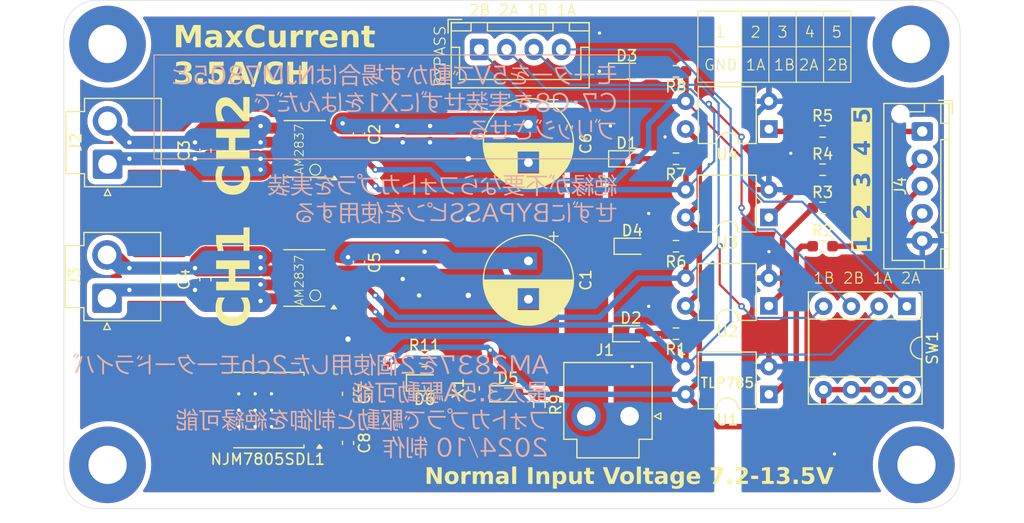
<source format=kicad_pcb>
(kicad_pcb (version 20240108) (generator "pcbnew") (generator_version "8.0")
  (layers (0 "F.Cu" signal) (31 "B.Cu" signal) (34 "B.Paste" user) (35 "F.Paste" user) (36 "B.SilkS" user "B.Silkscreen") (37 "F.SilkS" user "F.Silkscreen") (38 "B.Mask" user) (39 "F.Mask" user) (44 "Edge.Cuts" user))
  (net 0 "")
  (net 1 "GND2")
  (net 2 "IN_B_2")
  (net 3 "+12V")
  (net 4 "Net-(J3-Pin_1)")
  (net 5 "Net-(J3-Pin_2)")
  (net 6 "IN_A_2")
  (net 7 "Net-(J2-Pin_1)")
  (net 8 "Net-(J2-Pin_2)")
  (net 9 "IN_B_1")
  (net 10 "IN_A_1")
  (net 11 "Net-(NJM7805SDL1-V_OUT)")
  (net 12 "Net-(J4-Pin_1)")
  (net 13 "GND1")
  (net 14 "Net-(J4-Pin_4)")
  (net 15 "Net-(J4-Pin_2)")
  (net 16 "Net-(J4-Pin_3)")
  (net 17 "Net-(R5-Pad1)")
  (net 18 "Net-(R2-Pad1)")
  (net 19 "Net-(R3-Pad1)")
  (net 20 "Net-(R4-Pad1)")
  (net 21 "Net-(D1-A)")
  (net 22 "Net-(D2-A)")
  (net 23 "Net-(D3-A)")
  (net 24 "Net-(D4-A)")
  (net 25 "Net-(D5-A)")
  (net 26 "Net-(D6-A)")
  (footprint "LED_SMD:LED_0603_1608Metric_Pad1.05x0.95mm_HandSolder" (layer "F.Cu") (at 126.5 86)
    (property "Reference" "D1")
    (property "Value" "LED")
  )
  (footprint "Resistor_SMD:R_0603_1608Metric_Pad0.98x0.95mm_HandSolder" (layer "F.Cu") (at 144.4125 83.5)
    (property "Reference" "R5")
    (property "Value" "R")
  )
  (footprint "LED_SMD:LED_0603_1608Metric_Pad1.05x0.95mm_HandSolder" (layer "F.Cu") (at 126.875 102)
    (property "Reference" "D2")
    (property "Value" "LED")
  )
  (footprint "Capacitor_SMD:C_0603_1608Metric_Pad1.08x0.95mm_HandSolder" (layer "F.Cu") (at 112.5 107 90)
    (property "Reference" "X1")
    (property "Value" "Conn_01x02_Pin")
  )
  (footprint "Resistor_SMD:R_0603_1608Metric_Pad0.98x0.95mm_HandSolder" (layer "F.Cu") (at 131 102 180)
    (property "Reference" "R1")
    (property "Value" "R")
  )
  (footprint "Package_DIP:DIP-4_W7.62mm" (layer "F.Cu") (at 139.5 107.55 180)
    (property "Reference" "U1")
    (property "Value" "TLP785")
  )
  (footprint "Connector_JST:JST_VH_B2P-VH_1x02_P3.96mm_Vertical" (layer "F.Cu") (at 78.95 98.7575 90)
    (property "Reference" "J3")
    (property "Value" "Conn_01x02_Pin")
  )
  (footprint "MountingHole:MountingHole_3.5mm_Pad" (layer "F.Cu") (at 79 114)
    (property "Reference" "REF**" (hide yes))
    (property "Value" "MountingHole_3.5mm_Pad")
  )
  (footprint "Resistor_SMD:R_0603_1608Metric_Pad0.98x0.95mm_HandSolder" (layer "F.Cu") (at 144.4125 90.5)
    (property "Reference" "R3")
    (property "Value" "R")
  )
  (footprint "LED_SMD:LED_0603_1608Metric_Pad1.05x0.95mm_HandSolder" (layer "F.Cu") (at 108 106.5)
    (property "Reference" "D6")
    (property "Value" "LED")
  )
  (footprint "Package_DIP:DIP-8_W7.62mm_Socket" (layer "F.Cu") (at 152.12 99.5 -90)
    (property "Reference" "SW1")
    (property "Value" "SW_DIP_x04")
  )
  (footprint "Capacitor_SMD:C_0603_1608Metric" (layer "F.Cu") (at 102 95.5 -90)
    (property "Reference" "C5")
    (property "Value" "C")
  )
  (footprint "MountingHole:MountingHole_3.5mm_Pad" (layer "F.Cu") (at 153 114)
    (property "Reference" "REF**" (hide yes))
    (property "Value" "MountingHole_3.5mm_Pad")
  )
  (footprint "Resistor_SMD:R_0603_1608Metric_Pad0.98x0.95mm_HandSolder" (layer "F.Cu") (at 144.4125 94)
    (property "Reference" "R2")
    (property "Value" "R")
  )
  (footprint "Connector_JST:JST_VH_B2P-VH_1x02_P3.96mm_Vertical" (layer "F.Cu") (at 79 86.5 90)
    (property "Reference" "J2")
    (property "Value" "Conn_01x02_Pin")
  )
  (footprint "Connector_JST:JST_XH_B5B-XH-AM_1x05_P2.50mm_Vertical" (layer "F.Cu") (at 153.525 83.5 -90)
    (property "Reference" "J4")
    (property "Value" "Conn_01x05_Pin")
  )
  (footprint "Capacitor_THT:CP_Radial_D8.0mm_P3.50mm" (layer "F.Cu") (at 117.5 82.847349 -90)
    (property "Reference" "C6")
    (property "Value" "C_Polarized")
  )
  (footprint "Connector_JST:JST_VH_B2P-VH_1x02_P3.96mm_Vertical" (layer "F.Cu") (at 126.7575 109.55 180)
    (property "Reference" "J1")
    (property "Value" "Conn_01x02_Pin")
  )
  (footprint "Resistor_SMD:R_0603_1608Metric_Pad0.98x0.95mm_HandSolder" (layer "F.Cu") (at 131 94 180)
    (property "Reference" "R6")
    (property "Value" "R")
  )
  (footprint "Resistor_SMD:R_0603_1608Metric_Pad0.98x0.95mm_HandSolder" (layer "F.Cu") (at 131 78 180)
    (property "Reference" "R8")
    (property "Value" "R")
  )
  (footprint "Package_SO:SOP-8_3.76x4.96mm_P1.27mm" (layer "F.Cu") (at 97.0375 85.095 180)
    (property "Reference" "AM2" (hide yes))
    (property "Value" "~")
  )
  (footprint "MountingHole:MountingHole_3.5mm_Pad" (layer "F.Cu") (at 79 75.5)
    (property "Reference" "REF**" (hide yes))
    (property "Value" "MountingHole_3.5mm_Pad")
  )
  (footprint "Capacitor_SMD:C_0603_1608Metric" (layer "F.Cu") (at 87.95 85.2575 90)
    (property "Reference" "C3")
    (property "Value" "C")
  )
  (footprint "Package_DIP:DIP-4_W7.62mm" (layer "F.Cu") (at 139.5 91.366666 180)
    (property "Reference" "U3")
    (property "Value" "TLP785")
  )
  (footprint "Resistor_SMD:R_0603_1608Metric_Pad0.98x0.95mm_HandSolder" (layer "F.Cu") (at 131 86 180)
    (property "Reference" "R7")
    (property "Value" "R")
  )
  (footprint "Capacitor_SMD:C_0603_1608Metric" (layer "F.Cu") (at 102 83.775 -90)
    (property "Reference" "C2")
    (property "Value" "C")
  )
  (footprint "Capacitor_THT:CP_Radial_D8.0mm_P3.50mm" (layer "F.Cu") (at 117.5 95.347349 -90)
    (property "Reference" "C1")
    (property "Value" "C_Polarized")
  )
  (footprint "Capacitor_SMD:C_0603_1608Metric_Pad1.08x0.95mm_HandSolder" (layer "F.Cu") (at 101 107.5 90)
    (property "Reference" "C7")
    (property "Value" "C")
  )
  (footprint "Resistor_SMD:R_0603_1608Metric_Pad0.98x0.95mm_HandSolder" (layer "F.Cu") (at 144.4125 87)
    (property "Reference" "R4")
    (property "Value" "R")
  )
  (footprint "Resistor_SMD:R_0603_1608Metric_Pad0.98x0.95mm_HandSolder" (layer "F.Cu") (at 118.5 108.5 90)
    (property "Reference" "R9")
    (property "Value" "R")
  )
  (footprint "Resistor_SMD:R_0603_1608Metric_Pad0.98x0.95mm_HandSolder" (layer "F.Cu") (at 108 104.5)
    (property "Reference" "R11")
    (property "Value" "R")
  )
  (footprint "Package_DIP:DIP-4_W7.62mm" (layer "F.Cu") (at 139.5 83.275 180)
    (property "Reference" "U4")
    (property "Value" "TLP785")
  )
  (footprint "Package_SO:SOP-8_3.76x4.96mm_P1.27mm" (layer "F.Cu") (at 97 96.905 180)
    (property "Reference" "AM1" (hide yes))
    (property "Value" "~")
  )
  (footprint "LED_SMD:LED_0603_1608Metric_Pad1.05x0.95mm_HandSolder" (layer "F.Cu") (at 115.625 107.5)
    (property "Reference" "D5")
    (property "Value" "LED")
  )
  (footprint "Capacitor_SMD:C_0603_1608Metric_Pad1.08x0.95mm_HandSolder" (layer "F.Cu") (at 101 112 90)
    (property "Reference" "C8")
    (property "Value" "C")
  )
  (footprint "LED_SMD:LED_0603_1608Metric_Pad1.05x0.95mm_HandSolder" (layer "F.Cu") (at 126.5 78)
    (property "Reference" "D3")
    (property "Value" "LED")
  )
  (footprint "Connector_JST:JST_XH_B4B-XH-A_1x04_P2.50mm_Vertical" (layer "F.Cu") (at 113 76)
    (property "Reference" "J5" (hide yes))
    (property "Value" "Conn_01x04_Socket")
  )
  (footprint "MountingHole:MountingHole_3.5mm_Pad" (layer "F.Cu") (at 152.5 75.5)
    (property "Reference" "REF**" (hide yes))
    (property "Value" "MountingHole_3.5mm_Pad")
  )
  (footprint "Capacitor_SMD:C_0603_1608Metric" (layer "F.Cu") (at 87.95 97.0325 90)
    (property "Reference" "C4")
    (property "Value" "C")
  )
  (footprint "LED_SMD:LED_0603_1608Metric_Pad1.05x0.95mm_HandSolder" (layer "F.Cu") (at 127 94)
    (property "Reference" "D4")
    (property "Value" "LED")
  )
  (footprint "Package_TO_SOT_SMD:TO-252-3_TabPin2" (layer "F.Cu") (at 93.66 108.9875 180)
    (property "Reference" "NJM7805SDL1")
    (property "Value" "~")
  )
  (footprint "Package_DIP:DIP-4_W7.62mm" (layer "F.Cu") (at 139.5 99.458332 180)
    (property "Reference" "U2")
    (property "Value" "TLP785")
  )
  (gr_line (start 118.5 107.5) (end 116.5 107.5) (stroke (width 0.2)) (layer "F.Cu") (net 25))
  (gr_line (start 137 72.5) (end 137 79) (stroke (width 0.1)) (layer "F.SilkS"))
  (gr_line (start 133 79) (end 133 72.5) (stroke (width 0.1)) (layer "F.SilkS"))
  (gr_line (start 147 72.5) (end 147 79) (stroke (width 0.1)) (layer "F.SilkS"))
  (gr_line (start 133 72.5) (end 147 72.5) (stroke (width 0.1)) (layer "F.SilkS"))
  (gr_circle (center 98 98.5) (end 97.5 98.5) (stroke (width 0.1)) (fill none) (layer "F.SilkS"))
  (gr_line (start 139.5 72.5) (end 139.5 79) (stroke (width 0.1)) (layer "F.SilkS"))
  (gr_circle (center 98 87) (end 97.5 87) (stroke (width 0.1)) (fill none) (layer "F.SilkS"))
  (gr_line (start 142 72.5) (end 142 79) (stroke (width 0.1)) (layer "F.SilkS"))
  (gr_line (start 144.5 72.5) (end 144.5 79) (stroke (width 0.1)) (layer "F.SilkS"))
  (gr_line (start 133 75.75) (end 147 75.75) (stroke (width 0.1)) (layer "F.SilkS"))
  (gr_line (start 147 79) (end 133 79) (stroke (width 0.1)) (layer "F.SilkS"))
  (gr_line (start 154 71.5) (end 78 71.5) (stroke (width 0.05)) (layer "Edge.Cuts"))
  (gr_line (start 78 118) (end 154 118) (stroke (width 0.05)) (layer "Edge.Cuts"))
  (gr_line (start 75 74.5) (end 75 115) (stroke (width 0.05)) (layer "Edge.Cuts"))
  (gr_arc (start 78 118) (mid 75.87868 117.12132) (end 75 115) (stroke (width 0.05)) (layer "Edge.Cuts"))
  (gr_arc (start 154 71.5) (mid 156.12132 72.37868) (end 157 74.5) (stroke (width 0.05)) (layer "Edge.Cuts"))
  (gr_arc (start 157 115) (mid 156.12132 117.12132) (end 154 118) (stroke (width 0.05)) (layer "Edge.Cuts"))
  (gr_arc (start 75 74.5) (mid 75.87868 72.37868) (end 78 71.5) (stroke (width 0.05)) (layer "Edge.Cuts"))
  (gr_line (start 157 115) (end 157 74.5) (stroke (width 0.05)) (layer "Edge.Cuts"))
  (gr_text "BYPASS" (at 110 79.5 90) (layer "F.SilkS") (effects (font (size 1 1) (thickness 0.1)) (justify left bottom)))
  (gr_text "AM2837" (at 97 87.5 90) (layer "F.SilkS") (effects (font (size 0.8 0.8) (thickness 0.08)) (justify left bottom)))
  (gr_text "CH2" (at 92.5 89.5 90) (layer "F.SilkS") (effects (font (size 3 3) (thickness 0.3)) (justify left bottom)))
  (gr_text "1B 2B 1A 2A" (at 143.5 97.5 0) (layer "F.SilkS") (effects (font (size 1 1) (thickness 0.1)) (justify left bottom)))
  (gr_text "1   2  3  4  5" (at 134.5 75 0) (layer "F.SilkS") (effects (font (size 1 1) (thickness 0.1)) (justify left bottom)))
  (gr_text "CH1" (at 92.5 101.5 90) (layer "F.SilkS") (effects (font (size 3 3) (thickness 0.3)) (justify left bottom)))
  (gr_text "GND 1A 1B" (at 133.5 78 0) (layer "F.SilkS") (effects (font (size 1 1) (thickness 0.1)) (justify left bottom)))
  (gr_text "Normal Input Voltage 7.2-13.5V" (at 108 116 0) (layer "F.SilkS") (effects (font (size 1.5 1.5) (thickness 0.1)) (justify left bottom)))
  (gr_text "2A 2B" (at 144.5 78 0) (layer "F.SilkS") (effects (font (size 1 1) (thickness 0.1)) (justify bottom)))
  (gr_text "1  2  3  4  5" (at 149 94.5 90) (layer "F.SilkS" knockout) (effects (font (size 1.5 1.5) (thickness 0.2)) (justify left bottom)))
  (gr_text "2B 2A 1B 1A" (at 112 73 0) (layer "F.SilkS") (effects (font (size 1 1) (thickness 0.1)) (justify left bottom)))
  (gr_text "MaxCurrent\n3.5A/CH" (at 85 79.5 0) (layer "F.SilkS") (effects (font (size 2 2) (thickness 0.1)) (justify left bottom)))
  (gr_text "AM2837" (at 97 99.495 90) (layer "F.SilkS") (effects (font (size 0.8 0.8) (thickness 0.08)) (justify left bottom)))
  (gr_text_box "モーターを5Vで動かす場合はNJM7805と\nC7・C8を実装せずにX1をはんだで\nブリッジさせる\n\n絶縁が不要ならフォトカプラを実装\nせずにBYPASSピンを使用する" (start 83.25 76.5) (end 126.75 86) (layer "B.SilkS") (effects (font (size 1.5 1.5) (thickness 0.1)) (justify left top mirror)) (border yes) (stroke (width 0.1)))
  (gr_text_box "AM2837を2個使用した2chモータードライバ\n最大3.5A駆動可能\nフォトカプラで駆動と制御を絶縁可能\n2024/10 制作" (start 75.5 103) (end 120.5 115.5) (layer "B.SilkS") (effects (font (size 1.5 1.5) (thickness 0.1)) (justify left top mirror)) (border no))
  (segment (start 97.6 99.6) (end 97.6 91.909684) (width 1.5) (layer "F.Cu") (net 1))
  (segment (start 112 91.847349) (end 112 91.5) (width 1.5) (layer "F.Cu") (net 1))
  (segment (start 99.575 84.46) (end 103.91 84.46) (width 1) (layer "F.Cu") (net 1))
  (segment (start 106.05 84.55) (end 108.45 84.55) (width 1) (layer "F.Cu") (net 1))
  (segment (start 126.7575 110.899999) (end 126.7575 109.55) (width 1.5) (layer "F.Cu") (net 1))
  (segment (start 103.91 84.46) (end 104 84.55) (width 1) (layer "F.Cu") (net 1))
  (segment (start 105.275 96.275) (end 106 97) (width 1) (layer "F.Cu") (net 1))
  (segment (start 115.702651 84.55) (end 117.5 86.347349) (width 1) (layer "F.Cu") (net 1))
  (segment (start 108.45 84.55) (end 108.5 84.5) (width 1) (layer "F.Cu") (net 1))
  (segment (start 93.4125 110) (end 94 110) (width 1.5) (layer "F.Cu") (net 1))
  (segment (start 92.5 108.8875) (end 92.4 108.9875) (width 1.5) (layer "F.Cu") (net 1))
  (segment (start 97.9125 114.5) (end 105 114.5) (width 1.5) (layer "F.Cu") (net 1))
  (segment (start 92.4 108.9875) (end 92.5 109.0875) (width 1.5) (layer "F.Cu") (net 1))
  (segment (start 94.9125 111.5) (end 97.9125 114.5) (width 1.5) (layer "F.Cu") (net 1))
  (segment (start 112.347349 98.847349) (end 117.5 98.847349) (width 1) (layer "F.Cu") (net 1))
  (segment (start 94.4875 108.9875) (end 94 108.5) (width 1.5) (layer "F.Cu") (net 1))
  (segment (start 94 110.5875) (end 94 110.5875) (width 1.5) (layer "F.Cu") (net 1))
  (segment (start 92.5 110) (end 93.4125 110) (width 1.5) (layer "F.Cu") (net 1))
  (segment (start 92.5 109.0875) (end 92.5 110) (width 1.5) (layer "F.Cu") (net 1))
  (segment (start 94 108.5) (end 93.5125 108.9875) (width 1.5) (layer "F.Cu") (net 1))
  (segment (start 99.5375 96.27) (end 103.995 96.27) (width 1) (layer "F.Cu") (net 1))
  (segment (start 105.95 84.55) (end 106 84.5) (width 1) (layer "F.Cu") (net 1))
  (segment (start 101 102.5) (end 99.75 101.25) (width 1.5) (layer "F.Cu") (net 1))
  (segment (start 93.4125 110) (end 93.4125 110) (width 1.5) (layer "F.Cu") (net 1))
  (segment (start 112 91.5) (end 112.347349 91.5) (width 1.5) (layer "F.Cu") (net 1))
  (segment (start 99.25 101.25) (end 99.25 102.1375) (width 1.5) (layer "F.Cu") (net 1))
  (segment (start 113 114.5) (end 123.157499 114.5) (width 1.5) (layer "F.Cu") (net 1))
  (segment (start 99.25 101.25) (end 97.6 99.6) (width 1.5) (layer "F.Cu") (net 1))
  (segment (start 98.7 108.9875) (end 94.4875 108.9875) (width 1.5) (layer "F.Cu") (net 1))
  (segment (start 108.55 84.55) (end 115.702651 84.55) (width 1) (layer "F.Cu") (net 1))
  (segment (start 104 96.275) (end 105.275 96.275) (width 1) (layer "F.Cu") (net 1))
  (segment (start 117.5 98.847349) (end 115.097349 101.25) (width 1.5) (layer "F.Cu") (net 1))
  (segment (start 97.6 91.909684) (end 111.937665 91.909684) (width 1.5) (layer "F.Cu") (net 1))
  (segment (start 93.5125 108.9875) (end 92.4 108.9875) (width 1.5) (layer "F.Cu") (net 1))
  (segment (start 99.25 102.1375) (end 94.3875 107) (width 1.5) (layer "F.Cu") (net 1))
  (segment (start 123.157499 114.5) (end 126.7575 110.899999) (width 1.5) (layer "F.Cu") (net 1))
  (segment (start 112.347349 91.5) (end 117.5 86.347349) (width 1.5) (layer "F.Cu") (net 1))
  (segment (start 94 107.3875) (end 92.8875 108.5) (width 1.5) (layer "F.Cu") (net 1))
  (segment (start 94 107) (end 94 107.3875) (width 1.5) (layer "F.Cu") (net 1))
  (segment (start 94.3875 107) (end 94 107) (width 1.5) (layer "F.Cu") (net 1))
  (segment (start 112 98.5) (end 112.347349 98.847349) (width 1) (layer "F.Cu") (net 1))
  (segment (start 102.25 101.25) (end 101 102.5) (width 1.5) (layer "F.Cu") (net 1))
  (segment (start 105 114.5) (end 113 114.5) (width 1.5) (layer "F.Cu") (net 1))
  (segment (start 103.995 96.27) (end 104 96.275) (width 1) (layer "F.Cu") (net 1))
  (segment (start 99.75 101.25) (end 99.25 101.25) (width 1.5) (layer "F.Cu") (net 1))
  (segment (start 106 84.5) (end 106.05 84.55) (width 1) (layer "F.Cu") (net 1))
  (segment (start 107.5 98.5) (end 107.847349 98.847349) (width 1) (layer "F.Cu") (net 1))
  (segment (start 104 84.55) (end 105.95 84.55) (width 1) (layer "F.Cu") (net 1))
  (segment (start 107.847349 98.847349) (end 111.652651 98.847349) (width 1) (layer "F.Cu") (net 1))
  (segment (start 115.097349 101.25) (end 102.25 101.25) (width 1.5) (layer "F.Cu") (net 1))
  (segment (start 108.5 84.5) (end 108.55 84.55) (width 1) (layer "F.Cu") (net 1))
  (segment (start 111.652651 98.847349) (end 112 98.5) (width 1) (layer "F.Cu") (net 1))
  (segment (start 94 110.5875) (end 94 111.5) (width 1.5) (layer "F.Cu") (net 1))
  (segment (start 111.937665 91.909684) (end 112 91.847349) (width 1.5) (layer "F.Cu") (net 1))
  (segment (start 94 110) (end 94 110.5875) (width 1.5) (layer "F.Cu") (net 1))
  (segment (start 94 111.5) (end 94.9125 111.5) (width 1.5) (layer "F.Cu") (net 1))
  (segment (start 106 97) (end 107.5 98.5) (width 1) (layer "F.Cu") (net 1))
  (segment (start 92.8875 108.5) (end 92.5 108.5) (width 1.5) (layer "F.Cu") (net 1))
  (segment (start 92.5 108.5) (end 92.5 108.8875) (width 1.5) (layer "F.Cu") (net 1))
  (via (at 91 107.5) (size 0.6) (drill 0.3) (layers "F.Cu" "B.Cu") (net 1))
  (via (at 128.5 91) (size 0.6) (drill 0.3) (layers "F.Cu" "B.Cu") (net 1))
  (via (at 125 83) (size 0.6) (drill 0.3) (layers "F.Cu" "B.Cu") (net 1))
  (via (at 106 97) (size 0.8) (drill 0.4) (layers "F.Cu" "B.Cu") (net 1))
  (via (at 92.5 109) (size 0.6) (drill 0.3) (layers "F.Cu" "B.Cu") (net 1))
  (via (at 91 110.5) (size 0.6) (drill 0.3) (layers "F.Cu" "B.Cu") (net 1))
  (via (at 108.5 84.5) (size 0.8) (drill 0.4) (layers "F.Cu" "B.Cu") (net 1))
  (via (at 112 98.5) (size 1) (drill 0.5) (layers "F.Cu" "B.Cu") (net 1))
  (via (at 130 84) (size 0.6) (drill 0.3) (layers "F.Cu" "B.Cu") (net 1))
  (via (at 94 109) (size 0.6) (drill 0.3) (layers "F.Cu" "B.Cu") (net 1))
  (via (at 101 102.5) (size 1) (drill 0.5) (layers "F.Cu" "B.Cu") (net 1))
  (via (at 112 91.5) (size 1) (drill 0.5) (layers "F.Cu" "B.Cu") (net 1))
  (via (at 124 78) (size 0.6) (drill 0.3) (layers "F.Cu" "B.Cu") (net 1))
  (via (at 127 105) (size 0.6) (drill 0.3) (layers "F.Cu" "B.Cu") (net 1))
  (via (at 128.5 99.5) (size 0.6) (drill 0.3) (layers "F.Cu" "B.Cu") (net 1))
  (via (at 106 84.5) (size 0.8) (drill 0.4) (layers "F.Cu" "B.Cu") (net 1))
  (via (at 124 74.5) (size 0.6) (drill 0.3) (layers "F.Cu" "B.Cu") (net 1))
  (via (at 92.5 107.5) (size 0.6) (drill 0.3) (layers "F.Cu" "B.Cu") (net 1))
  (via (at 91 109) (size 0.6) (drill 0.3) (layers "F.Cu" "B.Cu") (net 1))
  (via (at 92.5 110.5) (size 0.6) (drill 0.3) (layers "F.Cu" "B.Cu") (net 1))
  (via (at 112 86) (size 1) (drill 0.5) (layers "F.Cu" "B.Cu") (net 1))
  (via (at 94 107.5) (size 0.6) (drill 0.3) (layers "F.Cu" "B.Cu") (net 1))
  (via (at 94 110.5) (size 0.6) (drill 0.3) (layers "F.Cu" "B.Cu") (net 1))
  (via (at 107.5 98.5) (size 0.8) (drill 0.4) (layers "F.Cu" "B.Cu") (net 1))
  (segment (start 102.54 97.54) (end 103.5 98.5) (width 0.5) (layer "F.Cu") (net 2))
  (segment (start 131.9125 94.5) (end 131.9125 96.885832) (width 0.5) (layer "F.Cu") (net 2))
  (segment (start 135 94) (end 135 97.5) (width 0.2) (layer "F.Cu") (net 2))
  (segment (start 99.5375 97.54) (end 102.54 97.54) (width 0.5) (layer "F.Cu") (net 2))
  (segment (start 131.9125 96.885832) (end 131.88 96.918332) (width 0.5) (layer "F.Cu") (net 2))
  (segment (start 135 97.5) (end 137 99.5) (width 0.2) (layer "F.Cu") (net 2))
  (via (at 103.5 98.5) (size 0.6) (drill 0.3) (layers "F.Cu" "B.Cu") (net 2))
  (via (at 135 94) (size 0.6) (drill 0.3) (layers "F.Cu" "B.Cu") (net 2))
  (via (at 137 99.5) (size 0.6) (drill 0.3) (layers "F.Cu" "B.Cu") (net 2))
  (segment (start 138.058332 100.558332) (end 137 99.5) (width 0.2) (layer "B.Cu") (net 2))
  (segment (start 135 93.798332) (end 135 94) (width 0.2) (layer "B.Cu") (net 2))
  (segment (start 134.798332 94) (end 131.88 96.918332) (width 0.2) (layer "B.Cu") (net 2))
  (segment (start 118 76) (end 121.235 79.235) (width 0.2) (layer "B.Cu") (net 2))
  (segment (start 133.235 79.235) (end 134.9 80.9) (width 0.2) (layer "B.Cu") (net 2))
  (segment (start 105.5 100.5) (end 124 100.5) (width 0.5) (layer "B.Cu") (net 2))
  (segment (start 143.441668 100.558332) (end 138.058332 100.558332) (width 0.2) (layer "B.Cu") (net 2))
  (segment (start 103.5 98.5) (end 105.5 100.5) (width 0.5) (layer "B.Cu") (net 2))
  (segment (start 134.9 80.9) (end 134.9 93.898332) (width 0.2) (layer "B.Cu") (net 2))
  (segment (start 135 94) (end 134.798332 94) (width 0.2) (layer "B.Cu") (net 2))
  (segment (start 127.581668 96.918332) (end 131.88 96.918332) (width 0.5) (layer "B.Cu") (net 2))
  (segment (start 124 100.5) (end 127.581668 96.918332) (width 0.5) (layer "B.Cu") (net 2))
  (segment (start 121.235 79.235) (end 133.235 79.235) (width 0.2) (layer "B.Cu") (net 2))
  (segment (start 134.9 93.898332) (end 135 93.798332) (width 0.2) (layer "B.Cu") (net 2))
  (segment (start 144.5 99.5) (end 143.441668 100.558332) (width 0.2) (layer "B.Cu") (net 2))
  (segment (start 122.7975 95.844849) (end 122.3 95.347349) (width 4) (layer "F.Cu") (net 3))
  (segment (start 111.3625 111.1375) (end 101 111.1375) (width 0.5) (layer "F.Cu") (net 3))
  (segment (start 106.5 82.8) (end 117.452651 82.8) (width 2) (layer "F.Cu") (net 3))
  (segment (start 103.81 83.19) (end 104 83) (width 1) (layer "F.Cu") (net 3))
  (segment (start 98.7 111.2675) (end 100.87 111.2675) (width 0.5) (layer "F.Cu") (net 3))
  (segment (start 122.7975 109.55) (end 112.95 109.55) (width 0.5) (layer "F.Cu") (net 3))
  (segment (start 106.46 82.76) (end 106.5 82.8) (width 2) (layer "F.Cu") (net 3))
  (segment (start 101 95) (end 103.725 95) (width 1) (layer "F.Cu") (net 3))
  (segment (start 105.5 94.5) (end 105.725 94.725) (width 1.5) (layer "F.Cu") (net 3))
  (segment (start 105.275 94.725) (end 105.5 94.5) (width 1.5) (layer "F.Cu") (net 3))
  (segment (start 116.877651 94.725) (end 117.5 95.347349) (width 1.5) (layer "F.Cu") (net 3))
  (segment (start 103.725 95) (end 104 94.725) (width 1) (layer "F.Cu") (net 3))
  (segment (start 117.452651 82.8) (end 117.5 82.847349) (width 2) (layer "F.Cu") (net 3))
  (segment (start 100.93 83.19) (end 103.81 83.19) (width 1) (layer "F.Cu") (net 3))
  (segment (start 122.7975 109.55) (end 122.7975 95.844849) (width 4) (layer "F.Cu") (net 3))
  (segment (start 108 94.5) (end 108.225 94.725) (width 1.5) (layer "F.Cu") (net 3))
  (segment (start 117.122349 83.225) (end 117.5 82.847349) (width 1) (layer "F.Cu") (net 3))
  (segment (start 108.652651 82.847349) (end 108.5 83) (width 1.5) (layer "F.Cu") (net 3))
  (segment (start 105.652651 82.847349) (end 105.5 83) (width 1.5) (layer "F.Cu") (net 3))
  (segment (start 117.5 95.347349) (end 116.722651 94.57) (width 2) (layer "F.Cu") (net 3))
  (segment (start 117.5 82.847349) (end 121.3 82.847349) (width 3) (layer "F.Cu") (net 3))
  (segment (start 122.3 95.347349) (end 117.5 95.347349) (width 4) (layer "F.Cu") (net 3))
  (segment (start 112.95 109.55) (end 111.3625 111.1375) (width 0.5) (layer "F.Cu") (net 3))
  (segment (start 107.775 94.725) (end 108 94.5) (width 1.5) (layer "F.Cu") (net 3))
  (segment (start 100.5 82.76) (end 100.93 83.19) (width 1) (layer "F.Cu") (net 3))
  (segment (start 105.347349 82.847349) (end 104.152651 82.847349) (width 1.5) (layer "F.Cu") (net 3))
  (segment (start 99.5375 95) (end 101 95) (width 1) (layer "F.Cu") (net 3))
  (segment (start 105.5 83) (end 105.347349 82.847349) (width 1.5) (layer "F.Cu") (net 3))
  (segment (start 112.95 109.55) (end 112.5 109.1) (width 0.5) (layer "F.Cu") (net 3))
  (segment (start 112.5 109.1) (end 112.5 107.8625) (width 0.5) (layer "F.Cu") (net 3))
  (segment (start 122.7975 84.344849) (end 122.7975 95.844849) (width 3) (layer "F.Cu") (net 3))
  (segment (start 116.722651 94.57) (end 100.5 94.57) (width 2) (layer "F.Cu") (net 3))
  (segment (start 100.87 111.2675) (end 101 111.1375) (width 0.5) (layer "F.Cu") (net 3))
  (segment (start 100.5 82.76) (end 106.46 82.76) (width 2) (layer "F.Cu") (net 3))
  (segment (start 104 94.725) (end 105.275 94.725) (width 1.5) (layer "F.Cu") (net 3))
  (segment (start 108.5 83) (end 108.347349 82.847349) (width 1.5) (layer "F.Cu") (net 3))
  (segment (start 117.347349 83) (end 117.5 82.847349) (width 1) (layer "F.Cu") (net 3))
  (segment (start 121.3 82.847349) (end 122.7975 84.344849) (width 3) (layer "F.Cu") (net 3))
  (segment (start 104.152651 82.847349) (end 104 83) (width 1.5) (layer "F.Cu") (net 3))
  (via (at 105.5 94.5) (size 0.8) (drill 0.4) (layers "F.Cu" "B.Cu") (net 3))
  (via (at 108.5 83) (size 0.8) (drill 0.4) (layers "F.Cu" "B.Cu") (net 3))
  (via (at 105.5 83) (size 0.8) (drill 0.4) (layers "F.Cu" "B.Cu") (net 3))
  (via (at 101 95) (size 0.8) (drill 0.4) (layers "F.Cu" "B.Cu") (net 3))
  (via (at 108 94.5) (size 0.8) (drill 0.4) (layers "F.Cu" "B.Cu") (net 3))
  (via (at 100.5 82.76) (size 0.8) (drill 0.4) (layers "F.Cu" "B.Cu") (net 3))
  (segment (start 101.5 94.5) (end 109.5 94.5) (width 1.5) (layer "B.Cu") (net 3))
  (segment (start 110.5 83) (end 110.652651 82.847349) (width 1.5) (layer "B.Cu") (net 3))
  (segment (start 109.5 94.5) (end 110.347349 95.347349) (width 1.5) (layer "B.Cu") (net 3))
  (segment (start 100.5 82.76) (end 100.74 83) (width 1.3) (layer "B.Cu") (net 3))
  (segment (start 110.347349 95.347349) (end 117.5 95.347349) (width 1.5) (layer "B.Cu") (net 3))
  (segment (start 110.652651 82.847349) (end 117.5 82.847349) (width 1.5) (layer "B.Cu") (net 3))
  (segment (start 101 95) (end 101.5 94.5) (width 1.5) (layer "B.Cu") (net 3))
  (segment (start 100.74 83) (end 110.5 83) (width 1.3) (layer "B.Cu") (net 3))
  (segment (start 93.04 97.54) (end 93 97.5) (width 1) (layer "F.Cu") (net 4))
  (segment (start 94.4625 97.54) (end 93.04 97.54) (width 1) (layer "F.Cu") (net 4))
  (segment (start 94.4625 98.81) (end 93.19 98.81) (width 1) (layer "F.Cu") (net 4))
  (segment (start 93 99) (end 92.81 98.81) (width 1) (layer "F.Cu") (net 4))
  (segment (start 93.19 98.81) (end 93 99) (width 1) (layer "F.Cu") (net 4))
  (segment (start 88 99) (end 87.5 98.5) (width 2) (layer "F.Cu") (net 4))
  (segment (start 88.2175 97.54) (end 87.95 97.8075) (width 1) (layer "F.Cu") (net 4))
  (segment (start 92.81 98.81) (end 88.9525 98.81) (width 1) (layer "F.Cu") (net 4))
  (segment (start 92.96 97.54) (end 88.2175 97.54) (width 1) (layer "F.Cu") (net 4))
  (segment (start 88.9525 98.81) (end 87.95 97.8075) (width 1) (layer "F.Cu") (net 4))
  (segment (start 87.95 97.8075) (end 87.1925 97.8075) (width 1) (layer "F.Cu") (net 4))
  (segment (start 81 98) (end 79.7075 98) (width 1) (layer "F.Cu") (net 4))
  (segment (start 93 97.5) (end 92.96 97.54) (width 1) (layer "F.Cu") (net 4))
  (segment (start 93 99) (end 88 99) (width 2) (layer "F.Cu") (net 4))
  (segment (start 87.1925 97.8075) (end 87 98) (width 1) (layer "F.Cu") (net 4))
  (segment (start 87 98) (end 81 98) (width 1) (layer "F.Cu") (net 4))
  (segment (start 79.7075 98) (end 78.95 98.7575) (width 1) (layer "F.Cu") (net 4))
  (via (at 87 98) (size 0.8) (drill 0.4) (layers "F.Cu" "B.Cu") (net 4))
  (via (at 81 98) (size 0.8) (drill 0.4) (layers "F.Cu" "B.Cu") (net 4))
  (via (at 93 99) (size 0.8) (drill 0.4) (layers "F.Cu" "B.Cu") (net 4))
  (via (at 93 97.5) (size 0.8) (drill 0.4) (layers "F.Cu" "B.Cu") (net 4))
  (segment (start 87.5 97.5) (end 87 98) (width 1.2) (layer "B.Cu") (net 4))
  (segment (start 88 99) (end 87 98) (width 2) (layer "B.Cu") (net 4))
  (segment (start 79.7075 98) (end 78.95 98.7575) (width 1.2) (layer "B.Cu") (net 4))
  (segment (start 87 98) (end 79.7075 98) (width 1.2) (layer "B.Cu") (net 4))
  (segment (start 93 97.5) (end 87.5 97.5) (width 1.2) (layer "B.Cu") (net 4))
  (segment (start 93 99) (end 88 99) (width 2) (layer "B.Cu") (net 4))
  (segment (start 78.95 94.7975) (end 79.7975 94.7975) (width 1) (layer "F.Cu") (net 5))
  (segment (start 81 96) (end 87 96) (width 1) (layer "F.Cu") (net 5))
  (segment (start 94.45 96.2575) (end 94.4625 96.27) (width 1) (layer "F.Cu") (net 5))
  (segment (start 89.2075 95) (end 87.95 96.2575) (width 1) (layer "F.Cu") (net 5))
  (segment (start 87.2575 96.2575) (end 87 96) (width 1) (layer "F.Cu") (net 5))
  (segment (start 93 96) (end 93.2575 96.2575) (width 1) (layer "F.Cu") (net 5))
  (segment (start 93 95) (end 88 95) (width 2) (layer "F.Cu") (net 5))
  (segment (start 92.7425 96.2575) (end 93 96) (width 1) (layer "F.Cu") (net 5))
  (segment (start 94.4625 95) (end 93 95) (width 1) (layer "F.Cu") (net 5))
  (segment (start 87.95 96.2575) (end 92.7425 96.2575) (width 1) (layer "F.Cu") (net 5))
  (segment (start 88 95) (end 87.5 95.5) (width 2) (layer "F.Cu") (net 5))
  (segment (start 87.95 96.2575) (end 87.2575 96.2575) (width 1) (layer "F.Cu") (net 5))
  (segment (start 93.2575 96.2575) (end 94.45 96.2575) (width 1) (layer "F.Cu") (net 5))
  (segment (start 93 95) (end 89.2075 95) (width 1) (layer "F.Cu") (net 5))
  (segment (start 79.7975 94.7975) (end 81 96) (width 1) (layer "F.Cu") (net 5))
  (via (at 93 96) (size 0.8) (drill 0.4) (layers "F.Cu" "B.Cu") (net 5))
  (via (at 81 96) (size 0.8) (drill 0.4) (layers "F.Cu" "B.Cu") (net 5))
  (via (at 87 96) (size 0.8) (drill 0.4) (layers "F.Cu" "B.Cu") (net 5))
  (via (at 93 95) (size 0.8) (drill 0.4) (layers "F.Cu" "B.Cu") (net 5))
  (segment (start 93 96) (end 87 96) (width 1.2) (layer "B.Cu") (net 5))
  (segment (start 88 95) (end 87 96) (width 1.2) (layer "B.Cu") (net 5))
  (segment (start 93 95) (end 88 95) (width 1.2) (layer "B.Cu") (net 5))
  (segment (start 87 96) (end 80.1525 96) (width 1.2) (layer "B.Cu") (net 5))
  (segment (start 80.1525 96) (end 78.95 94.7975) (width 1.2) (layer "B.Cu") (net 5))
  (segment (start 102.31 98.81) (end 103.5 100) (width 0.5) (layer "F.Cu") (net 6))
  (segment (start 99.5375 98.81) (end 102.31 98.81) (width 0.5) (layer "F.Cu") (net 6))
  (segment (start 131.9125 102.5) (end 131.9125 104.9775) (width 0.5) (layer "F.Cu") (net 6))
  (segment (start 131.9125 104.9775) (end 131.88 105.01) (width 0.5) (layer "F.Cu") (net 6))
  (via (at 103.5 100) (size 0.6) (drill 0.3) (layers "F.Cu" "B.Cu") (net 6))
  (segment (start 104.7 101.2) (end 128.07 101.2) (width 0.5) (layer "B.Cu") (net 6))
  (segment (start 145.17 103.91) (end 132.98 103.91) (width 0.2) (layer "B.Cu") (net 6))
  (segment (start 103.5 100) (end 104.7 101.2) (width 0.5) (layer "B.Cu") (net 6))
  (segment (start 131.88 105.01) (end 136 100.89) (width 0.2) (layer "B.Cu") (net 6))
  (segment (start 132.98 103.91) (end 131.88 105.01) (width 0.2) (layer "B.Cu") (net 6))
  (segment (start 128.07 101.2) (end 131.88 105.01) (width 0.5) (layer "B.Cu") (net 6))
  (segment (start 130.565686 76) (end 120.5 76) (width 0.2) (layer "B.Cu") (net 6))
  (segment (start 149.58 99.5) (end 145.17 103.91) (width 0.2) (layer "B.Cu") (net 6))
  (segment (start 136 100.89) (end 136 81.434315) (width 0.2) (layer "B.Cu") (net 6))
  (segment (start 136 81.434315) (end 130.565686 76) (width 0.2) (layer "B.Cu") (net 6))
  (segment (start 87.5 87) (end 87 86.5) (width 2) (layer "F.Cu") (net 7))
  (segment (start 87.95 86.0325) (end 87.0325 86.0325) (width 1) (layer "F.Cu") (net 7))
  (segment (start 79.415 86) (end 78.9 86.515) (width 1) (layer "F.Cu") (net 7))
  (segment (start 93 86) (end 92.73 85.73) (width 1) (layer "F.Cu") (net 7))
  (segment (start 87.0325 86.0325) (end 87 86) (width 1) (layer "F.Cu") (net 7))
  (segment (start 88.9175 87) (end 87.95 86.0325) (width 1) (layer "F.Cu") (net 7))
  (segment (start 81 86) (end 79.415 86) (width 1) (layer "F.Cu") (net 7))
  (segment (start 93 87) (end 90.5 87) (width 1) (layer "F.Cu") (net 7))
  (segment (start 87 86) (end 81 86) (width 1) (layer "F.Cu") (net 7))
  (segment (start 90.5 87) (end 88.9175 87) (width 1) (layer "F.Cu") (net 7))
  (segment (start 92.73 85.73) (end 88.2525 85.73) (width 1) (layer "F.Cu") (net 7))
  (segment (start 93.27 85.73) (end 93 86) (width 1) (layer "F.Cu") (net 7))
  (segment (start 94.5 87) (end 93 87) (width 1) (layer "F.Cu") (net 7))
  (segment (start 94.5 85.73) (end 93.27 85.73) (width 1) (layer "F.Cu") (net 7))
  (segment (start 93 87) (end 87.5 87) (width 2) (layer "F.Cu") (net 7))
  (segment (start 88.2525 85.73) (end 87.95 86.0325) (width 1) (layer "F.Cu") (net 7))
  (via (at 93 86) (size 0.8) (drill 0.4) (layers "F.Cu" "B.Cu") (net 7))
  (via (at 87 86) (size 0.8) (drill 0.4) (layers "F.Cu" "B.Cu") (net 7))
  (via (at 93 87) (size 0.8) (drill 0.4) (layers "F.Cu" "B.Cu") (net 7))
  (via (at 81 86) (size 0.8) (drill 0.4) (layers "F.Cu" "B.Cu") (net 7))
  (segment (start 79.415 86) (end 78.9 86.515) (width 1.2) (layer "B.Cu") (net 7))
  (segment (start 93 86) (end 87 86) (width 1.2) (layer "B.Cu") (net 7))
  (segment (start 93 87) (end 88 87) (width 1.2) (layer "B.Cu") (net 7))
  (segment (start 87 86) (end 79.415 86) (width 1.2) (layer "B.Cu") (net 7))
  (segment (start 88 87) (end 87 86) (width 1.2) (layer "B.Cu") (net 7))
  (segment (start 89.2425 83.19) (end 87.95 84.4825) (width 1) (layer "F.Cu") (net 8))
  (segment (start 92.81 83.19) (end 89.2425 83.19) (width 1) (layer "F.Cu") (net 8))
  (segment (start 93 83) (end 92.81 83.19) (width 1) (layer "F.Cu") (net 8))
  (segment (start 88.388337 83.19) (end 87.297918 84.280419) (width 2) (layer "F.Cu") (net 8))
  (segment (start 92.81 83.19) (end 88.388337 83.19) (width 2) (layer "F.Cu") (net 8))
  (segment (start 94.4775 84.4825) (end 94.5 84.46) (width 1) (layer "F.Cu") (net 8))
  (segment (start 93.0175 84.4825) (end 94.4775 84.4825) (width 1) (layer "F.Cu") (net 8))
  (segment (start 79.055 82.555) (end 81 84.5) (width 1) (layer "F.Cu") (net 8))
  (segment (start 87.0175 84.4825) (end 87 84.5) (width 1) (layer "F.Cu") (net 8))
  (segment (start 78.9 82.555) (end 79.055 82.555) (width 1) (layer "F.Cu") (net 8))
  (segment (start 87.95 84.4825) (end 87.0175 84.4825) (width 1) (layer "F.Cu") (net 8))
  (segment (start 94.5 83.19) (end 93.19 83.19) (width 1) (layer "F.Cu") (net 8))
  (segment (start 93.19 83.19) (end 93 83) (width 1) (layer "F.Cu") (net 8))
  (segment (start 81 84.5) (end 87 84.5) (width 1) (layer "F.Cu") (net 8))
  (segment (start 87.95 84.4825) (end 92.9825 84.4825) (width 1) (layer "F.Cu") (net 8))
  (segment (start 92.9825 84.4825) (end 93 84.5) (width 1) (layer "F.Cu") (net 8))
  (segment (start 93 84.5) (end 93.0175 84.4825) (width 1) (layer "F.Cu") (net 8))
  (via (at 87 84.5) (size 0.8) (drill 0.4) (layers "F.Cu" "B.Cu") (net 8))
  (via (at 81 84.5) (size 0.8) (drill 0.4) (layers "F.Cu" "B.Cu") (net 8))
  (via (at 93 84.5) (size 0.8) (drill 0.4) (layers "F.Cu" "B.Cu") (net 8))
  (via (at 93 83) (size 0.8) (drill 0.4) (layers "F.Cu" "B.Cu") (net 8))
  (segment (start 87 84.5) (end 80.845 84.5) (width 1.2) (layer "B.Cu") (net 8))
  (segment (start 80.845 84.5) (end 78.9 82.555) (width 1.2) (layer "B.Cu") (net 8))
  (segment (start 93 84.5) (end 87 84.5) (width 1.2) (layer "B.Cu") (net 8))
  (segment (start 93 83) (end 91.8 84.2) (width 2) (layer "B.Cu") (net 8))
  (segment (start 91.8 84.2) (end 87 84.2) (width 2) (layer "B.Cu") (net 8))
  (segment (start 131.9125 78) (end 131.9125 80.7025) (width 0.5) (layer "F.Cu") (net 9))
  (segment (start 131.88 80.735) (end 137 85.855) (width 0.2) (layer "F.Cu") (net 9))
  (segment (start 131.9125 80.7025) (end 131.88 80.735) (width 0.5) (layer "F.Cu") (net 9))
  (segment (start 99.575 85.73) (end 102.23 85.73) (width 0.5) (layer "F.Cu") (net 9))
  (segment (start 102.23 85.73) (end 103.5 87) (width 0.5) (layer "F.Cu") (net 9))
  (segment (start 137 85.855) (end 137 90.5) (width 0.2) (layer "F.Cu") (net 9))
  (via (at 103.5 87) (size 0.6) (drill 0.3) (layers "F.Cu" "B.Cu") (net 9))
  (via (at 137 90.5) (size 0.6) (drill 0.3) (layers "F.Cu" "B.Cu") (net 9))
  (segment (start 113 76) (end 117.735 80.735) (width 0.2) (layer "B.Cu") (net 9))
  (segment (start 125.5 88) (end 128.5 85) (width 0.5) (layer "B.Cu") (net 9))
  (segment (start 103.5 87) (end 108.5 87) (width 0.5) (layer "B.Cu") (net 9))
  (segment (start 137 91) (end 137 90.5) (width 0.2) (layer "B.Cu") (net 9))
  (segment (start 140.006666 92.466666) (end 138.466666 92.466666) (width 0.2) (layer "B.Cu") (net 9))
  (segment (start 130.605 80.735) (end 131.88 80.735) (width 0.5) (layer "B.Cu") (net 9))
  (segment (start 128.5 82.84) (end 130.605 80.735) (width 0.5) (layer "B.Cu") (net 9))
  (segment (start 138.466666 92.466666) (end 137 91) (width 0.2) (layer "B.Cu") (net 9))
  (segment (start 109.5 88) (end 125.5 88) (width 0.5) (layer "B.Cu") (net 9))
  (segment (start 108.5 87) (end 109.5 88) (width 0.5) (layer "B.Cu") (net 9))
  (segment (start 128.5 85) (end 128.5 82.84) (width 0.5) (layer "B.Cu") (net 9))
  (segment (start 147.04 99.5) (end 140.006666 92.466666) (width 0.2) (layer "B.Cu") (net 9))
  (segment (start 117.735 80.735) (end 130.605 80.735) (width 0.2) (layer "B.Cu") (net 9))
  (segment (start 131.9125 88.794166) (end 131.88 88.826666) (width 0.5) (layer "F.Cu") (net 10))
  (segment (start 131.9125 86) (end 131.9125 88.794166) (width 0.5) (layer "F.Cu") (net 10))
  (segment (start 99.575 87) (end 102 87) (width 0.5) (layer "F.Cu") (net 10))
  (segment (start 134 81) (end 137 84) (width 0.2) (layer "F.Cu") (net 10))
  (segment (start 102 87) (end 103.5 88.5) (width 0.5) (layer "F.Cu") (net 10))
  (via (at 103.5 88.5) (size 0.6) (drill 0.3) (layers "F.Cu" "B.Cu") (net 10))
  (via (at 137 84) (size 0.6) (drill 0.3) (layers "F.Cu" "B.Cu") (net 10))
  (via (at 134 81) (size 0.6) (drill 0.3) (layers "F.Cu" "B.Cu") (net 10))
  (segment (start 133.700635 81) (end 134 81) (width 0.2) (layer "B.Cu") (net 10))
  (segment (start 103.5 88.5) (end 103.826666 88.826666) (width 0.5) (layer "B.Cu") (net 10))
  (segment (start 134 81.299365) (end 133.700635 81) (width 0.2) (layer "B.Cu") (net 10))
  (segment (start 115.5 76) (end 119.135 79.635) (width 0.2) (layer "B.Cu") (net 10))
  (segment (start 152.12 99.5) (end 142.546666 89.926666) (width 0.2) (layer "B.Cu") (net 10))
  (segment (start 134 81) (end 134 81.299365) (width 0.2) (layer "B.Cu") (net 10))
  (segment (start 134.206666 86.5) (end 134 86.5) (width 0.2) (layer "B.Cu") (net 10))
  (segment (start 134 86.706666) (end 131.88 88.826666) (width 0.2) (layer "B.Cu") (net 10))
  (segment (start 134 86.5) (end 134 86.706666) (width 0.2) (layer "B.Cu") (net 10))
  (segment (start 137 87.882301) (end 137 84) (width 0.2) (layer "B.Cu") (net 10))
  (segment (start 134.5 86.206666) (end 134.206666 86.5) (width 0.2) (layer "B.Cu") (net 10))
  (segment (start 134 81.299365) (end 134.5 81.799365) (width 0.2) (layer "B.Cu") (net 10))
  (segment (start 134.5 81.799365) (end 134.5 86.206666) (width 0.2) (layer "B.Cu") (net 10))
  (segment (start 132.335635 79.635) (end 133.700635 81) (width 0.2) (layer "B.Cu") (net 10))
  (segment (start 139.044365 89.926666) (end 137 87.882301) (width 0.2) (layer "B.Cu") (net 10))
  (segment (start 103.826666 88.826666) (end 131.88 88.826666) (width 0.5) (layer "B.Cu") (net 10))
  (segment (start 142.546666 89.926666) (end 139.044365 89.926666) (width 0.2) (layer "B.Cu") (net 10))
  (segment (start 119.135 79.635) (end 132.335635 79.635) (width 0.2) (layer "B.Cu") (net 10))
  (segment (start 144.5 108.5) (end 142.5 110.5) (width 0.5) (layer "F.Cu") (net 11))
  (segment (start 147.04 107.12) (end 144.5 107.12) (width 0.5) (layer "F.Cu") (net 11))
  (segment (start 101 106.6375) (end 102.8625 106.6375) (width 0.5) (layer "F.Cu") (net 11))
  (segment (start 100.93 106.7075) (end 101 106.6375) (width 0.5) (layer "F.Cu") (net 11))
  (segment (start 133.13 92.616666) (end 133.13 98.208332) (width 0.5) (layer "F.Cu") (net 11))
  (segment (start 144.5 107.12) (end 144.5 108.5) (width 0.5) (layer "F.Cu") (net 11))
  (segment (start 133.13 84.525) (end 133.13 90.116666) (width 0.5) (layer "F.Cu") (net 11))
  (segment (start 114 104.6375) (end 112.5 106.1375) (width 0.5) (layer "F.Cu") (net 11))
  (segment (start 131.88 83.275) (end 133.13 84.525) (width 0.5) (layer "F.Cu") (net 11))
  (segment (start 133.13 100.708332) (end 133.13 106.3) (width 0.5) (layer "F.Cu") (net 11))
  (segment (start 105 104.5) (end 107.0875 104.5) (width 0.5) (layer "F.Cu") (net 11))
  (segment (start 133.13 90.116666) (end 131.88 91.366666) (width 0.5) (layer "F.Cu") (net 11))
  (segment (start 98.7 106.7075) (end 100.93 106.7075) (width 0.5) (layer "F.Cu") (net 11))
  (segment (start 152.12 107.12) (end 149.58 107.12) (width 0.5) (layer "F.Cu") (net 11))
  (segment (start 142.5 110.5) (end 134.83 110.5) (width 0.5) (layer "F.Cu") (net 11))
  (segment (start 133.13 106.3) (end 131.88 107.55) (width 0.5) (layer "F.Cu") (net 11))
  (segment (start 133.13 98.208332) (end 131.88 99.458332) (width 0.5) (layer "F.Cu") (net 11))
  (segment (start 114 103.5) (end 114 104.6375) (width 0.5) (layer "F.Cu") (net 11))
  (segment (start 102.8625 106.6375) (end 105 104.5) (width 0.5) (layer "F.Cu") (net 11))
  (segment (start 131.88 91.366666) (end 133.13 92.616666) (width 0.5) (layer "F.Cu") (net 11))
  (segment (start 131.88 99.458332) (end 133.13 100.708332) (width 0.5) (layer "F.Cu") (net 11))
  (segment (start 149.58 107.12) (end 147.04 107.12) (width 0.5) (layer "F.Cu") (net 11))
  (segment (start 134.83 110.5) (end 131.88 107.55) (width 0.5) (layer "F.Cu") (net 11))
  (via (at 105 104.5) (size 0.6) (drill 0.3) (layers "F.Cu" "B.Cu") (net 11))
  (via (at 114 103.5) (size 0.6) (drill 0.3) (layers "F.Cu" "B.Cu") (net 11))
  (segment (start 118.05 107.55) (end 131.88 107.55) (width 0.5) (layer "B.Cu") (net 11))
  (segment (start 105 104.5) (end 106.25 103.25) (width 0.5) (layer "B.Cu") (net 11))
  (segment (start 113.75 103.25) (end 114 103.5) (width 0.5) (layer "B.Cu") (net 11))
  (segment (start 114 103.5) (end 118.05 107.55) (width 0.5) (layer "B.Cu") (net 11))
  (segment (start 106.25 103.25) (end 113.75 103.25) (width 0.5) (layer "B.Cu") (net 11))
  (segment (start 145.325 83.5) (end 153.525 83.5) (width 0.5) (layer "F.Cu") (net 12))
  (via (at 139.5 94.5) (size 0.6) (drill 0.3) (layers "F.Cu" "B.Cu") (net 13))
  (via (at 145.5 113) (size 0.6) (drill 0.3) (layers "F.Cu" "B.Cu") (net 13))
  (via (at 141.5 85.5) (size 0.6) (drill 0.3) (layers "F.Cu" "B.Cu") (net 13))
  (segment (start 138.25 87.576666) (end 139.5 88.826666) (width 0.5) (layer "B.Cu") (net 13))
  (segment (start 139.5 80.735) (end 138.25 81.985) (width 0.5) (layer "B.Cu") (net 13))
  (segment (start 138.25 81.985) (end 138.25 87.576666) (width 0.5) (layer "B.Cu") (net 13))
  (segment (start 150.525 94) (end 153.525 91) (width 0.5) (layer "F.Cu") (net 14))
  (segment (start 145.325 94) (end 150.525 94) (width 0.5) (layer "F.Cu") (net 14))
  (segment (start 145.325 87) (end 152.525 87) (width 0.5) (layer "F.Cu") (net 15))
  (segment (start 152.525 87) (end 153.525 86) (width 0.5) (layer "F.Cu") (net 15))
  (segment (start 145.325 90.5) (end 151.525 90.5) (width 0.5) (layer "F.Cu") (net 16))
  (segment (start 151.525 90.5) (end 153.525 88.5) (width 0.5) (layer "F.Cu") (net 16))
  (segment (start 143.5 83.5) (end 139.725 83.5) (width 0.5) (layer "F.Cu") (net 17))
  (segment (start 139.725 83.5) (end 139.5 83.275) (width 0.5) (layer "F.Cu") (net 17))
  (segment (start 143.5 94) (end 142.5 94) (width 0.5) (layer "F.Cu") (net 18))
  (segment (start 142 94.5) (end 142 105.5) (width 0.5) (layer "F.Cu") (net 18))
  (segment (start 142.5 94) (end 142 94.5) (width 0.5) (layer "F.Cu") (net 18))
  (segment (start 142 105.5) (end 139.95 107.55) (width 0.5) (layer "F.Cu") (net 18))
  (segment (start 139.95 107.55) (end 139.5 107.55) (width 0.5) (layer "F.Cu") (net 18))
  (segment (start 143.5 90.5) (end 140.75 93.25) (width 0.5) (layer "F.Cu") (net 19))
  (segment (start 140.75 93.25) (end 140.75 98.208332) (width 0.5) (layer "F.Cu") (net 19))
  (segment (start 140.75 98.208332) (end 139.5 99.458332) (width 0.5) (layer "F.Cu") (net 19))
  (segment (start 141.5 88.5) (end 141.5 89.366666) (width 0.5) (layer "F.Cu") (net 20))
  (segment (start 143.5 87) (end 143 87) (width 0.5) (layer "F.Cu") (net 20))
  (segment (start 143 87) (end 141.5 88.5) (width 0.5) (layer "F.Cu") (net 20))
  (segment (start 141.5 89.366666) (end 139.5 91.366666) (width 0.5) (layer "F.Cu") (net 20))
  (segment (start 130.0875 86) (end 127.375 86) (width 0.5) (layer "F.Cu") (net 21))
  (segment (start 127.75 102) (end 130.0875 102) (width 0.5) (layer "F.Cu") (net 22))
  (segment (start 130.0875 78) (end 127.375 78) (width 0.5) (layer "F.Cu") (net 23))
  (segment (start 127.875 94) (end 130.0875 94) (width 0.5) (layer "F.Cu") (net 24))
  (segment (start 108.9125 104.5) (end 108.9125 106.4625) (width 0.5) (layer "F.Cu") (net 26))
  (segment (start 108.9125 106.4625) (end 108.875 106.5) (width 0.5) (layer "F.Cu") (net 26))
  (zone (net 13) (net_name "GND1") (layers "F&B.Cu") (priority 1) (connect_pads (clearance 0.5)) (min_thickness 0.25) (fill yes (thermal_gap 0.5) (thermal_bridge_width 0.5))
    (polygon (pts (xy 137 73) (xy 137 116.5) (xy 155.5 116.5) (xy 155.5 73)))
  )
  (zone (net 1) (net_name "GND2") (layers "F&B.Cu") (connect_pads yes (clearance 0.5)) (min_thickness 0.25) (fill yes (thermal_gap 0.5) (thermal_bridge_width 0.5))
    (polygon (pts (xy 76.5 73) (xy 134.5 73) (xy 134.5 116.5) (xy 76.5 116.5)))
  )
)
</source>
